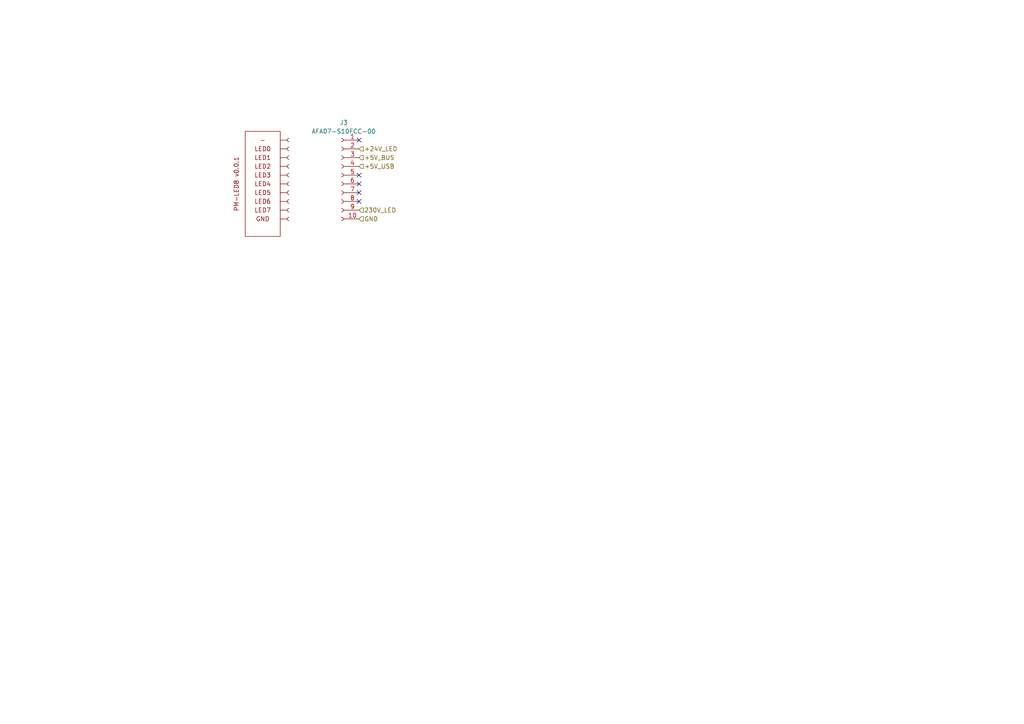
<source format=kicad_sch>
(kicad_sch (version 20231120) (generator "eeschema") (generator_version "8.0")
  (paper "A4")
  (lib_symbols
    (symbol "kicad_inventree_lib:AFA07-S10FCC-00" (pin_names (offset 1.016) hide)
      (property "Reference" "J" (at 0 12.7 0))
      (property "Value" "AFA07-S10FCC-00" (at 0 -15.24 0))
      (symbol "AFA07-S10FCC-00_1_1"
        (arc (start 0 -12.192) (mid -0.5058 -12.7) (end 0 -13.208) (stroke (width 0.1524)))
        (arc (start 0 -9.652) (mid -0.5058 -10.16) (end 0 -10.668) (stroke (width 0.1524)))
        (arc (start 0 -7.112) (mid -0.5058 -7.62) (end 0 -8.128) (stroke (width 0.1524)))
        (arc (start 0 -4.572) (mid -0.5058 -5.08) (end 0 -5.588) (stroke (width 0.1524)))
        (arc (start 0 -2.032) (mid -0.5058 -2.54) (end 0 -3.048) (stroke (width 0.1524)))
        (polyline (pts (xy -1.27 -12.7) (xy -0.508 -12.7)) (stroke (width 0.1524)))
        (polyline (pts (xy -1.27 -10.16) (xy -0.508 -10.16)) (stroke (width 0.1524)))
        (polyline (pts (xy -1.27 -7.62) (xy -0.508 -7.62)) (stroke (width 0.1524)))
        (polyline (pts (xy -1.27 -5.08) (xy -0.508 -5.08)) (stroke (width 0.1524)))
        (polyline (pts (xy -1.27 -2.54) (xy -0.508 -2.54)) (stroke (width 0.1524)))
        (polyline (pts (xy -1.27 0) (xy -0.508 0)) (stroke (width 0.1524)))
        (polyline (pts (xy -1.27 2.54) (xy -0.508 2.54)) (stroke (width 0.1524)))
        (polyline (pts (xy -1.27 5.08) (xy -0.508 5.08)) (stroke (width 0.1524)))
        (polyline (pts (xy -1.27 7.62) (xy -0.508 7.62)) (stroke (width 0.1524)))
        (polyline (pts (xy -1.27 10.16) (xy -0.508 10.16)) (stroke (width 0.1524)))
        (arc (start 0 0.508) (mid -0.5058 0) (end 0 -0.508) (stroke (width 0.1524)))
        (arc (start 0 3.048) (mid -0.5058 2.54) (end 0 2.032) (stroke (width 0.1524)))
        (arc (start 0 5.588) (mid -0.5058 5.08) (end 0 4.572) (stroke (width 0.1524)))
        (arc (start 0 8.128) (mid -0.5058 7.62) (end 0 7.112) (stroke (width 0.1524)))
        (arc (start 0 10.668) (mid -0.5058 10.16) (end 0 9.652) (stroke (width 0.1524)))
        (pin passive line (at -5.08 10.16 0) (length 3.81) (name "Pin_1") (number "1"))
        (pin passive line (at -5.08 -12.7 0) (length 3.81) (name "Pin_10") (number "10"))
        (pin passive line (at -5.08 7.62 0) (length 3.81) (name "Pin_2") (number "2"))
        (pin passive line (at -5.08 5.08 0) (length 3.81) (name "Pin_3") (number "3"))
        (pin passive line (at -5.08 2.54 0) (length 3.81) (name "Pin_4") (number "4"))
        (pin passive line (at -5.08 0 0) (length 3.81) (name "Pin_5") (number "5"))
        (pin passive line (at -5.08 -2.54 0) (length 3.81) (name "Pin_6") (number "6"))
        (pin passive line (at -5.08 -5.08 0) (length 3.81) (name "Pin_7") (number "7"))
        (pin passive line (at -5.08 -7.62 0) (length 3.81) (name "Pin_8") (number "8"))
        (pin passive line (at -5.08 -10.16 0) (length 3.81) (name "Pin_9") (number "9"))
      )
    )
    (symbol "kicad_inventree_lib:PM-LED8_v0.0.1"
      (property "Reference" "U" (at 0 2.54 0))
      (property "Value" "PM-LED8_v0.0.1" (at 0 0 0))
      (symbol "PM-LED8_v0.0.1_0_1"
        (rectangle (start -5.08 -2.54) (end 5.08 -33.02))
      )
      (symbol "PM-LED8_v0.0.1_1_1"
        (polyline (pts (xy 5.08 -27.94) (xy 7.1098 -27.94)) (stroke (width 0.1524)))
        (polyline (pts (xy 5.08 -25.4) (xy 7.1098 -25.4)) (stroke (width 0.1524)))
        (polyline (pts (xy 5.08 -22.86) (xy 7.1098 -22.86)) (stroke (width 0.1524)))
        (polyline (pts (xy 5.08 -20.32) (xy 7.1098 -20.32)) (stroke (width 0.1524)))
        (polyline (pts (xy 5.08 -17.78) (xy 7.1098 -17.78)) (stroke (width 0.1524)))
        (polyline (pts (xy 5.08 -15.24) (xy 7.1098 -15.24)) (stroke (width 0.1524)))
        (polyline (pts (xy 5.08 -12.7) (xy 7.1098 -12.7)) (stroke (width 0.1524)))
        (polyline (pts (xy 5.08 -10.16) (xy 7.1098 -10.16)) (stroke (width 0.1524)))
        (polyline (pts (xy 5.08 -7.62) (xy 7.1098 -7.62)) (stroke (width 0.1524)))
        (polyline (pts (xy 5.08 -5.08) (xy 7.1098 -5.08)) (stroke (width 0.1524)))
        (arc (start 7.6178 -27.432) (mid 7.112 -27.94) (end 7.6178 -28.448) (stroke (width 0.1524)))
        (arc (start 7.6178 -24.892) (mid 7.112 -25.4) (end 7.6178 -25.908) (stroke (width 0.1524)))
        (arc (start 7.6178 -22.352) (mid 7.112 -22.86) (end 7.6178 -23.368) (stroke (width 0.1524)))
        (arc (start 7.6178 -19.812) (mid 7.112 -20.32) (end 7.6178 -20.828) (stroke (width 0.1524)))
        (arc (start 7.6178 -17.272) (mid 7.112 -17.78) (end 7.6178 -18.288) (stroke (width 0.1524)))
        (arc (start 7.6178 -14.732) (mid 7.112 -15.24) (end 7.6178 -15.748) (stroke (width 0.1524)))
        (arc (start 7.6178 -12.192) (mid 7.112 -12.7) (end 7.6178 -13.208) (stroke (width 0.1524)))
        (arc (start 7.6178 -9.652) (mid 7.112 -10.16) (end 7.6178 -10.668) (stroke (width 0.1524)))
        (arc (start 7.6178 -7.112) (mid 7.112 -7.62) (end 7.6178 -8.128) (stroke (width 0.1524)))
        (arc (start 7.6178 -4.572) (mid 7.112 -5.08) (end 7.6178 -5.588) (stroke (width 0.1524)))
        (text "-" (at 0 -5.08 0) (effects (font (size 1.27 1.27))))
        (text "GND" (at 0 -27.94 0) (effects (font (size 1.27 1.27))))
        (text "LED0" (at 0 -7.62 0) (effects (font (size 1.27 1.27))))
        (text "LED1" (at 0 -10.16 0) (effects (font (size 1.27 1.27))))
        (text "LED2" (at 0 -12.7 0) (effects (font (size 1.27 1.27))))
        (text "LED3" (at 0 -15.24 0) (effects (font (size 1.27 1.27))))
        (text "LED4" (at 0 -17.78 0) (effects (font (size 1.27 1.27))))
        (text "LED5" (at 0 -20.32 0) (effects (font (size 1.27 1.27))))
        (text "LED6" (at 0 -22.86 0) (effects (font (size 1.27 1.27))))
        (text "LED7" (at 0 -25.4 0) (effects (font (size 1.27 1.27))))
        (text "PM-LED8 v0.0.1" (at -7.62 -17.78 900) (effects (font (size 1.27 1.27))))
      )
    )
  )
  (no_connect (at 104.14 58.42))
  (no_connect (at 104.14 53.34))
  (no_connect (at 104.14 50.8))
  (no_connect (at 104.14 55.88))
  (no_connect (at 104.14 40.64))
  (hierarchical_label "+5V_USB" (shape input) (at 104.14 48.26 0))
  (hierarchical_label "+5V_BUS" (shape input) (at 104.14 45.72 0))
  (hierarchical_label "230V_LED" (shape input) (at 104.14 60.96 0))
  (hierarchical_label "GND" (shape input) (at 104.14 63.5 0))
  (hierarchical_label "+24V_LED" (shape input) (at 104.14 43.18 0))
  (symbol (lib_id "kicad_inventree_lib:AFA07-S10FCC-00") (at 99.06 50.8 0) (mirror y) (unit 1)
    (property "Reference" "J3" (at 99.695 35.56 0))
    (property "Value" "AFA07-S10FCC-00" (at 99.695 38.1 0))
    (property "Footprint" "kicad_inventree_lib:CONN10_AFA07-S10_JUS" (effects (hide yes)))
    (property "Datasheet" "http://inventree.network/part/170/" (effects (hide yes)))
    (property "Description" "Generic connector, single row, 01x10, script generated" (effects (hide yes)))
  )
  (symbol (lib_id "kicad_inventree_lib:PM-LED8_v0.0.1") (at 76.2 35.56 0) (unit 1)
    (property "Reference" "U3" (effects (hide yes)))
    (property "Value" "PM-LED8_v0.0.1" (effects (hide yes)))
    (property "Footprint" "kicad_inventree_lib:PM-LED_v0.0.1" (effects (hide yes)))
    (property "part_ipn" "PM-LED8_v0.0.1" (effects (hide yes)))
  )
)
</source>
